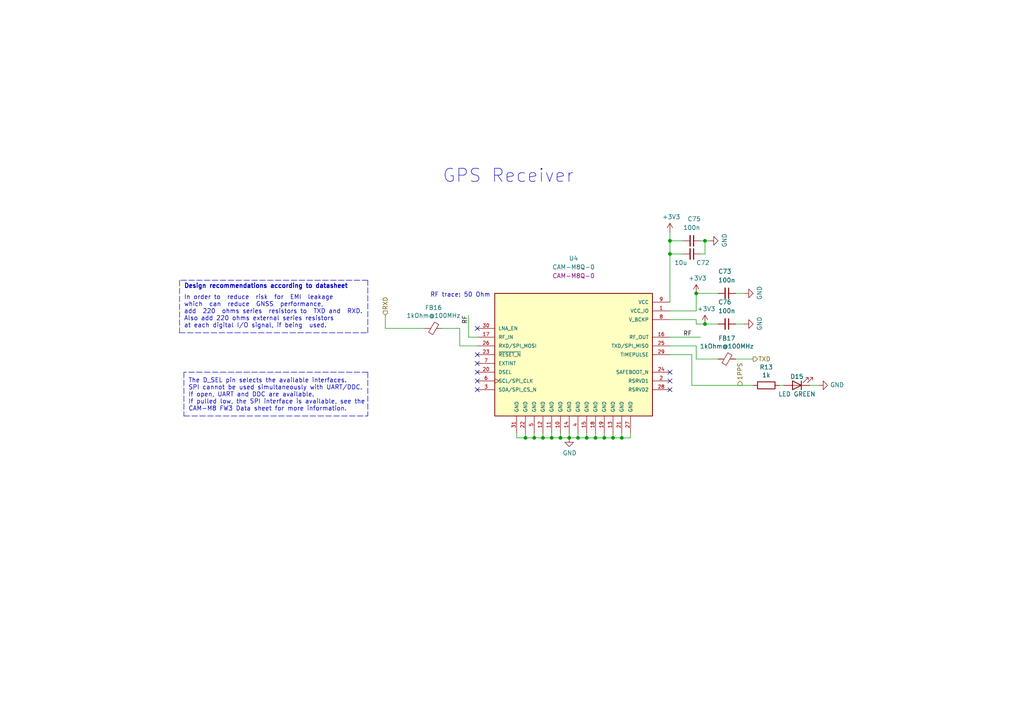
<source format=kicad_sch>
(kicad_sch (version 20211123) (generator eeschema)
  (paper "A4")
  (title_block (title "Yeti Board") (date "2021-05-14") (rev "02") (company "Pionix GmbH") (comment 1 "Cornelius Claussen"))
  (lib_symbols
    (symbol "Device:C_Small" (pin_numbers hide) (pin_names (offset 0.254) hide)
      (property "Reference" "C" (at 0.254 1.778 0))
      (property "Value" "C_Small" (at 0.254 -2.032 0))
      (symbol "C_Small_0_1"
        (polyline (pts (xy -1.524 -0.508) (xy 1.524 -0.508)) (stroke (width 0.3302)))
        (polyline (pts (xy -1.524 0.508) (xy 1.524 0.508)) (stroke (width 0.3048)))
      )
      (symbol "C_Small_1_1"
        (pin passive line (at 0 2.54 270) (length 2.032) (name "~") (number "1"))
        (pin passive line (at 0 -2.54 90) (length 2.032) (name "~") (number "2"))
      )
    )
    (symbol "Device:FerriteBead_Small" (pin_numbers hide) (pin_names (offset 0))
      (property "Reference" "FB" (at 1.905 1.27 0))
      (property "Value" "FerriteBead_Small" (at 1.905 -1.27 0))
      (symbol "FerriteBead_Small_0_1"
        (polyline (pts (xy 0 -1.27) (xy 0 -0.7874)))
        (polyline (pts (xy 0 0.889) (xy 0 1.2954)))
        (polyline (pts (xy -1.8288 0.2794) (xy -1.1176 1.4986) (xy 1.8288 -0.2032) (xy 1.1176 -1.4224) (xy -1.8288 0.2794)))
      )
      (symbol "FerriteBead_Small_1_1"
        (pin passive line (at 0 2.54 270) (length 1.27) (name "~") (number "1"))
        (pin passive line (at 0 -2.54 90) (length 1.27) (name "~") (number "2"))
      )
    )
    (symbol "Device:LED" (pin_numbers hide) (pin_names (offset 1.016) hide)
      (property "Reference" "D" (at 0 2.54 0))
      (property "Value" "LED" (at 0 -2.54 0))
      (symbol "LED_0_1"
        (polyline (pts (xy -1.27 -1.27) (xy -1.27 1.27)) (stroke (width 0.254)))
        (polyline (pts (xy -1.27 0) (xy 1.27 0)))
        (polyline (pts (xy 1.27 -1.27) (xy 1.27 1.27) (xy -1.27 0) (xy 1.27 -1.27)) (stroke (width 0.254)))
        (polyline (pts (xy -3.048 -0.762) (xy -4.572 -2.286) (xy -3.81 -2.286) (xy -4.572 -2.286) (xy -4.572 -1.524)))
        (polyline (pts (xy -1.778 -0.762) (xy -3.302 -2.286) (xy -2.54 -2.286) (xy -3.302 -2.286) (xy -3.302 -1.524)))
      )
      (symbol "LED_1_1"
        (pin passive line (at -3.81 0 0) (length 2.54) (name "K") (number "1"))
        (pin passive line (at 3.81 0 180) (length 2.54) (name "A") (number "2"))
      )
    )
    (symbol "Device:R" (pin_numbers hide) (pin_names (offset 0))
      (property "Reference" "R" (at 2.032 0 90))
      (property "Value" "R" (at 0 0 90))
      (symbol "R_0_1"
        (rectangle (start -1.016 -2.54) (end 1.016 2.54) (stroke (width 0.254)))
      )
      (symbol "R_1_1"
        (pin passive line (at 0 3.81 270) (length 1.27) (name "~") (number "1"))
        (pin passive line (at 0 -3.81 90) (length 1.27) (name "~") (number "2"))
      )
    )
    (symbol "ev-devboard:CAM-M8Q-0" (pin_names (offset 1.016))
      (property "Reference" "U" (at -22.9108 18.3134 0))
      (property "Value" "CAM-M8Q-0" (at -5.08 3.81 0))
      (property "MPN" "CAM-M8Q-0" (at 0 0 0))
      (symbol "CAM-M8Q-0_0_0"
        (rectangle (start -22.86 -17.78) (end 22.86 17.78) (stroke (width 0.254)) (fill (type background)))
        (pin power_in line (at 27.94 12.7 180) (length 5.08) (name "VCC_IO") (number "1"))
        (pin power_in line (at -3.81 -22.86 90) (length 5.08) (name "GND") (number "10"))
        (pin power_in line (at -6.35 -22.86 90) (length 5.08) (name "GND") (number "11"))
        (pin power_in line (at -8.89 -22.86 90) (length 5.08) (name "GND") (number "12"))
        (pin power_in line (at 11.43 -22.86 90) (length 5.08) (name "GND") (number "13"))
        (pin power_in line (at -1.27 -22.86 90) (length 5.08) (name "GND") (number "14"))
        (pin power_in line (at 3.81 -22.86 90) (length 5.08) (name "GND") (number "15"))
        (pin output line (at 27.94 5.08 180) (length 5.08) (name "RF_OUT") (number "16"))
        (pin passive line (at -27.94 5.08 0) (length 5.08) (name "RF_IN") (number "17"))
        (pin power_in line (at 6.35 -22.86 90) (length 5.08) (name "GND") (number "18"))
        (pin power_in line (at 8.89 -22.86 90) (length 5.08) (name "GND") (number "19"))
        (pin passive line (at 27.94 -7.62 180) (length 5.08) (name "RSRVD1") (number "2"))
        (pin input line (at -27.94 -5.08 0) (length 5.08) (name "DSEL") (number "20"))
        (pin power_in line (at 13.97 -22.86 90) (length 5.08) (name "GND") (number "21"))
        (pin power_in line (at -13.97 -22.86 90) (length 5.08) (name "GND") (number "22"))
        (pin input line (at -27.94 0 0) (length 5.08) (name "~{RESET_N}") (number "23"))
        (pin passive line (at 27.94 -5.08 180) (length 5.08) (name "SAFEBOOT_N") (number "24"))
        (pin output line (at 27.94 2.54 180) (length 5.08) (name "TXD/SPI_MISO") (number "25"))
        (pin input line (at -27.94 2.54 0) (length 5.08) (name "RXD/SPI_MOSI") (number "26"))
        (pin power_in line (at 16.51 -22.86 90) (length 5.08) (name "GND") (number "27"))
        (pin passive line (at 27.94 -10.16 180) (length 5.08) (name "RSRVD2") (number "28"))
        (pin output line (at 27.94 0 180) (length 5.08) (name "TIMEPULSE") (number "29"))
        (pin bidirectional line (at -27.94 -10.16 0) (length 5.08) (name "SDA/SPI_CS_N") (number "3"))
        (pin input line (at -27.94 7.62 0) (length 5.08) (name "LNA_EN") (number "30"))
        (pin power_in line (at -16.51 -22.86 90) (length 5.08) (name "GND") (number "31"))
        (pin power_in line (at 1.27 -22.86 90) (length 5.08) (name "GND") (number "4"))
        (pin power_in line (at -11.43 -22.86 90) (length 5.08) (name "GND") (number "5"))
        (pin input clock (at -27.94 -7.62 0) (length 5.08) (name "SCL/SPI_CLK") (number "6"))
        (pin output line (at -27.94 -2.54 0) (length 5.08) (name "EXTINT") (number "7"))
        (pin power_in line (at 27.94 10.16 180) (length 5.08) (name "V_BCKP") (number "8"))
        (pin power_in line (at 27.94 15.24 180) (length 5.08) (name "VCC") (number "9"))
      )
    )
    (symbol "power:+3.3V" (power) (pin_names (offset 0))
      (property "Value" "+3.3V" (at 0 3.556 0))
      (symbol "+3.3V_0_1"
        (polyline (pts (xy -0.762 1.27) (xy 0 2.54)))
        (polyline (pts (xy 0 0) (xy 0 2.54)))
        (polyline (pts (xy 0 2.54) (xy 0.762 1.27)))
      )
      (symbol "+3.3V_1_1"
        (pin power_in line (at 0 0 90) (length 0) hide (name "+3V3") (number "1"))
      )
    )
    (symbol "power:GND" (power) (pin_names (offset 0))
      (property "Value" "GND" (at 0 -3.81 0))
      (symbol "GND_0_1"
        (polyline (pts (xy 0 0) (xy 0 -1.27) (xy 1.27 -1.27) (xy 0 -2.54) (xy -1.27 -1.27) (xy 0 -1.27)))
      )
      (symbol "GND_1_1"
        (pin power_in line (at 0 0 270) (length 0) hide (name "GND") (number "1"))
      )
    )
  )
  (junction (at 160.02 127))
  (junction (at 165.1 127))
  (junction (at 154.94 127))
  (junction (at 170.18 127))
  (junction (at 194.31 73.66))
  (junction (at 167.64 127))
  (junction (at 172.72 127))
  (junction (at 204.47 69.85))
  (junction (at 152.4 127))
  (junction (at 175.26 127))
  (junction (at 180.34 127))
  (junction (at 201.93 85.09))
  (junction (at 194.31 69.85))
  (junction (at 162.56 127))
  (junction (at 204.47 93.98))
  (junction (at 177.8 127))
  (junction (at 157.48 127))
  (no_connect (at 194.31 107.95))
  (no_connect (at 194.31 110.49))
  (no_connect (at 138.43 102.87))
  (no_connect (at 194.31 113.03))
  (no_connect (at 138.43 105.41))
  (no_connect (at 138.43 95.25))
  (no_connect (at 138.43 110.49))
  (no_connect (at 138.43 113.03))
  (no_connect (at 138.43 107.95))
  (wire (pts (xy 162.56 127) (xy 165.1 127)))
  (wire (pts (xy 175.26 125.73) (xy 175.26 127)))
  (wire (pts (xy 177.8 125.73) (xy 177.8 127)))
  (wire (pts (xy 135.89 97.79) (xy 135.89 91.44)))
  (wire (pts (xy 149.86 127) (xy 152.4 127)))
  (wire (pts (xy 180.34 127) (xy 182.88 127)))
  (wire (pts (xy 170.18 125.73) (xy 170.18 127)))
  (wire (pts (xy 152.4 125.73) (xy 152.4 127)))
  (wire (pts (xy 204.47 73.66) (xy 204.47 69.85)))
  (wire (pts (xy 234.95 111.76) (xy 237.49 111.76)))
  (wire (pts (xy 200.66 111.76) (xy 218.44 111.76)))
  (wire (pts (xy 180.34 125.73) (xy 180.34 127)))
  (wire (pts (xy 177.8 127) (xy 180.34 127)))
  (polyline (pts (xy 53.34 107.95) (xy 53.34 120.65)))
  (polyline (pts (xy 106.68 107.95) (xy 53.34 107.95)))
  (wire (pts (xy 152.4 127) (xy 154.94 127)))
  (wire (pts (xy 194.31 69.85) (xy 194.31 73.66)))
  (wire (pts (xy 133.35 100.33) (xy 138.43 100.33)))
  (wire (pts (xy 201.93 90.17) (xy 194.31 90.17)))
  (wire (pts (xy 157.48 127) (xy 160.02 127)))
  (wire (pts (xy 200.66 102.87) (xy 200.66 111.76)))
  (wire (pts (xy 201.93 104.14) (xy 208.28 104.14)))
  (wire (pts (xy 165.1 125.73) (xy 165.1 127)))
  (wire (pts (xy 205.74 69.85) (xy 204.47 69.85)))
  (polyline (pts (xy 106.68 81.28) (xy 52.07 81.28)))
  (wire (pts (xy 201.93 100.33) (xy 201.93 104.14)))
  (wire (pts (xy 128.27 95.25) (xy 133.35 95.25)))
  (wire (pts (xy 194.31 97.79) (xy 203.2 97.79)))
  (polyline (pts (xy 53.34 120.65) (xy 106.68 120.65)))
  (wire (pts (xy 198.12 69.85) (xy 194.31 69.85)))
  (wire (pts (xy 213.36 104.14) (xy 218.44 104.14)))
  (wire (pts (xy 204.47 69.85) (xy 203.2 69.85)))
  (wire (pts (xy 154.94 127) (xy 157.48 127)))
  (wire (pts (xy 138.43 97.79) (xy 135.89 97.79)))
  (wire (pts (xy 204.47 93.98) (xy 208.28 93.98)))
  (polyline (pts (xy 52.07 96.52) (xy 106.68 96.52)))
  (wire (pts (xy 111.76 91.44) (xy 111.76 95.25)))
  (wire (pts (xy 157.48 125.73) (xy 157.48 127)))
  (wire (pts (xy 203.2 73.66) (xy 204.47 73.66)))
  (wire (pts (xy 213.36 93.98) (xy 215.9 93.98)))
  (wire (pts (xy 198.12 73.66) (xy 194.31 73.66)))
  (wire (pts (xy 201.93 85.09) (xy 201.93 90.17)))
  (wire (pts (xy 208.28 85.09) (xy 201.93 85.09)))
  (wire (pts (xy 194.31 73.66) (xy 194.31 87.63)))
  (wire (pts (xy 160.02 125.73) (xy 160.02 127)))
  (wire (pts (xy 133.35 95.25) (xy 133.35 100.33)))
  (wire (pts (xy 194.31 100.33) (xy 201.93 100.33)))
  (wire (pts (xy 170.18 127) (xy 172.72 127)))
  (wire (pts (xy 194.31 92.71) (xy 201.93 92.71)))
  (wire (pts (xy 201.93 93.98) (xy 204.47 93.98)))
  (polyline (pts (xy 106.68 107.95) (xy 106.68 120.65)))
  (wire (pts (xy 175.26 127) (xy 177.8 127)))
  (wire (pts (xy 201.93 92.71) (xy 201.93 93.98)))
  (wire (pts (xy 182.88 127) (xy 182.88 125.73)))
  (wire (pts (xy 194.31 67.31) (xy 194.31 69.85)))
  (wire (pts (xy 165.1 127) (xy 167.64 127)))
  (wire (pts (xy 213.36 85.09) (xy 215.9 85.09)))
  (wire (pts (xy 226.06 111.76) (xy 227.33 111.76)))
  (wire (pts (xy 167.64 125.73) (xy 167.64 127)))
  (wire (pts (xy 167.64 127) (xy 170.18 127)))
  (wire (pts (xy 154.94 125.73) (xy 154.94 127)))
  (wire (pts (xy 111.76 95.25) (xy 123.19 95.25)))
  (wire (pts (xy 160.02 127) (xy 162.56 127)))
  (wire (pts (xy 149.86 125.73) (xy 149.86 127)))
  (polyline (pts (xy 52.07 81.28) (xy 52.07 96.52)))
  (wire (pts (xy 172.72 127) (xy 175.26 127)))
  (wire (pts (xy 194.31 102.87) (xy 200.66 102.87)))
  (wire (pts (xy 172.72 125.73) (xy 172.72 127)))
  (polyline (pts (xy 106.68 96.52) (xy 106.68 81.28)))
  (wire (pts (xy 162.56 125.73) (xy 162.56 127)))
  (text "RF trace: 50 Ohm" (at 142.24 86.36 180) (effects (font (size 1.27 1.27)) (justify right bottom)))
  (text "Design recommendations according to datasheet" (at 53.34 83.82 0) (effects (font (size 1.27 1.27) (thickness 0.254) bold) (justify left bottom)))
  (text "In order to  reduce  risk  for  EMI  leakage \nwhich  can  reduce  GNSS  performance, \nadd  220  ohms series  resistors to  TXD and  RXD.\nAlso add 220 ohms external series resistors\nat each digital I/O signal, if being  used." (at 53.34 95.25 0) (effects (font (size 1.27 1.27)) (justify left bottom)))
  (text "GPS Receiver" (at 128.27 53.34 0) (effects (font (size 3.81 3.81)) (justify left bottom)))
  (text "The D_SEL pin selects the available interfaces. \nSPI cannot be used simultaneously with UART/DDC.\nIf open, UART and DDC are available.\nIf pulled low, the SPI interface is available, see the \nCAM-M8 FW3 Data sheet for more information." (at 54.61 119.38 0) (effects (font (size 1.27 1.27)) (justify left bottom)))
  (label "RF" (at 135.89 93.98 90))
  (label "RF" (at 198.12 97.79 0))
  (hierarchical_label "TXD" (shape output) (at 218.44 104.14 0))
  (hierarchical_label "1PPS" (shape output) (at 214.63 111.76 90))
  (hierarchical_label "RXD" (shape input) (at 111.76 91.44 90))
  (symbol (lib_id "ev-devboard:CAM-M8Q-0") (at 166.37 102.87 0) (unit 1)
    (property "Reference" "U4" (at 166.37 74.93 0))
    (property "Value" "CAM-M8Q-0" (at 166.37 77.47 0))
    (property "Footprint" "ev-devboard:LCC100P960X1400X210-31N" (effects hide))
    (property "Datasheet" "${KIPRJMOD}/lib/datasheet/CAM-M8-FW3_HIM_(UBX-15030063).pdf" (effects hide))
    (property "MANUFACTURER" "UBlox" (effects hide))
    (property "MPN" "CAM-M8Q-0" (at 166.37 80.01 0))
  )
  (symbol (lib_id "power:GND") (at 165.1 127 0) (unit 1)
    (property "Reference" "#PWR019" (effects hide))
    (property "Value" "GND" (at 165.227 131.3942 0))
  )
  (symbol (lib_id "Device:C_Small") (at 200.66 69.85 270) (unit 1)
    (property "Reference" "C75" (at 199.39 63.5 90) (effects (justify left)))
    (property "Value" "100n" (at 198.12 66.04 90) (effects (justify left)))
    (property "Footprint" "Capacitor_SMD:C_0603_1608Metric" (effects hide))
  )
  (symbol (lib_id "power:+3.3V") (at 194.31 67.31 0) (unit 1)
    (property "Reference" "#PWR018" (effects hide))
    (property "Value" "+3.3V" (at 194.691 62.9158 0))
  )
  (symbol (lib_id "Device:C_Small") (at 210.82 93.98 270) (unit 1)
    (property "Reference" "C76" (at 208.28 87.63 90) (effects (justify left)))
    (property "Value" "100n" (at 208.28 90.17 90) (effects (justify left)))
    (property "Footprint" "Capacitor_SMD:C_0603_1608Metric" (effects hide))
  )
  (symbol (lib_id "Device:C_Small") (at 210.82 85.09 270) (unit 1)
    (property "Reference" "C73" (at 208.28 78.74 90) (effects (justify left)))
    (property "Value" "100n" (at 208.28 81.28 90) (effects (justify left)))
    (property "Footprint" "Capacitor_SMD:C_0603_1608Metric" (effects hide))
  )
  (symbol (lib_id "Device:C_Small") (at 200.66 73.66 270) (unit 1)
    (property "Reference" "C72" (at 201.93 76.2 90) (effects (justify left)))
    (property "Value" "10u" (at 195.58 76.2 90) (effects (justify left)))
    (property "Footprint" "Capacitor_SMD:C_0603_1608Metric" (effects hide))
  )
  (symbol (lib_id "power:GND") (at 215.9 85.09 90) (unit 1)
    (property "Reference" "#PWR074" (effects hide))
    (property "Value" "GND" (at 220.2942 84.963 0))
  )
  (symbol (lib_id "power:GND") (at 215.9 93.98 90) (unit 1)
    (property "Reference" "#PWR075" (effects hide))
    (property "Value" "GND" (at 220.2942 93.853 0))
  )
  (symbol (lib_id "power:GND") (at 205.74 69.85 90) (unit 1)
    (property "Reference" "#PWR066" (effects hide))
    (property "Value" "GND" (at 210.1342 69.723 0))
  )
  (symbol (lib_id "power:+3.3V") (at 201.93 85.09 0) (unit 1)
    (property "Reference" "#PWR070" (effects hide))
    (property "Value" "+3.3V" (at 202.311 80.6958 0))
  )
  (symbol (lib_id "power:+3.3V") (at 204.47 93.98 0) (unit 1)
    (property "Reference" "#PWR071" (effects hide))
    (property "Value" "+3.3V" (at 204.851 89.5858 0))
  )
  (symbol (lib_id "Device:FerriteBead_Small") (at 125.73 95.25 270) (unit 1)
    (property "Reference" "FB16" (at 125.73 89.2302 90))
    (property "Value" "1kOhm@100MHz" (at 125.73 91.5416 90))
    (property "Footprint" "Inductor_SMD:L_0603_1608Metric" (effects hide))
    (property "Digikey" "732-4484-1-ND" (effects hide))
    (property "MPN" "74279266" (effects hide))
    (property "Manufacturer" "Wuerth" (effects hide))
  )
  (symbol (lib_id "Device:FerriteBead_Small") (at 210.82 104.14 270) (unit 1)
    (property "Reference" "FB17" (at 210.82 98.1202 90))
    (property "Value" "1kOhm@100MHz" (at 210.82 100.4316 90))
    (property "Footprint" "Inductor_SMD:L_0603_1608Metric" (effects hide))
    (property "Digikey" "732-4484-1-ND" (effects hide))
    (property "MPN" "74279266" (effects hide))
    (property "Manufacturer" "Wuerth" (effects hide))
  )
  (symbol (lib_id "Device:LED") (at 231.14 111.76 180) (unit 1)
    (property "Reference" "D15" (at 231.14 109.22 0))
    (property "Value" "LED GREEN" (at 231.14 114.3 0))
    (property "Footprint" "LED_SMD:LED_0603_1608Metric" (effects hide))
  )
  (symbol (lib_id "Device:R") (at 222.25 111.76 270) (unit 1)
    (property "Reference" "R13" (at 222.25 106.5022 90))
    (property "Value" "1k" (at 222.25 108.8136 90))
    (property "Footprint" "Resistor_SMD:R_0603_1608Metric" (effects hide))
  )
  (symbol (lib_id "power:GND") (at 237.49 111.76 90) (unit 1)
    (property "Reference" "#PWR076" (effects hide))
    (property "Value" "GND" (at 240.7412 111.633 90) (effects (justify right)))
  )
)
</source>
